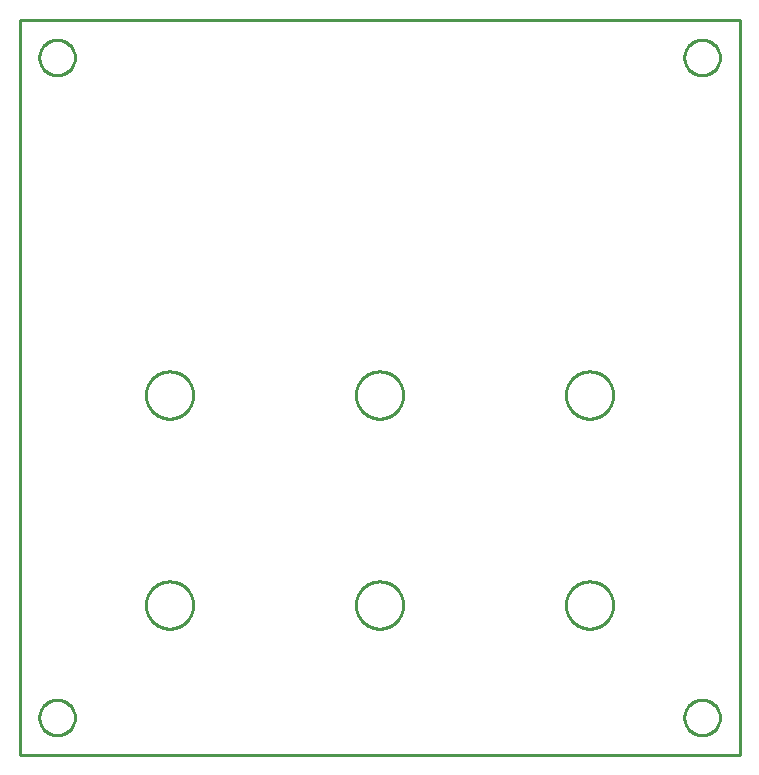
<source format=gbr>
G04 EAGLE Gerber RS-274X export*
G75*
%MOMM*%
%FSLAX34Y34*%
%LPD*%
%IN*%
%IPPOS*%
%AMOC8*
5,1,8,0,0,1.08239X$1,22.5*%
G01*
%ADD10C,0.254000*%


D10*
X342900Y292100D02*
X952500Y292100D01*
X952500Y914400D01*
X342900Y914400D01*
X342900Y292100D01*
X935750Y323314D02*
X935674Y322246D01*
X935521Y321185D01*
X935293Y320138D01*
X934991Y319110D01*
X934617Y318106D01*
X934172Y317131D01*
X933658Y316191D01*
X933079Y315290D01*
X932437Y314432D01*
X931735Y313622D01*
X930978Y312865D01*
X930168Y312163D01*
X929310Y311521D01*
X928409Y310942D01*
X927469Y310428D01*
X926494Y309983D01*
X925490Y309609D01*
X924462Y309307D01*
X923415Y309079D01*
X922354Y308926D01*
X921286Y308850D01*
X920214Y308850D01*
X919146Y308926D01*
X918085Y309079D01*
X917038Y309307D01*
X916010Y309609D01*
X915006Y309983D01*
X914031Y310428D01*
X913091Y310942D01*
X912190Y311521D01*
X911332Y312163D01*
X910522Y312865D01*
X909765Y313622D01*
X909063Y314432D01*
X908421Y315290D01*
X907842Y316191D01*
X907328Y317131D01*
X906883Y318106D01*
X906509Y319110D01*
X906207Y320138D01*
X905979Y321185D01*
X905826Y322246D01*
X905750Y323314D01*
X905750Y324386D01*
X905826Y325454D01*
X905979Y326515D01*
X906207Y327562D01*
X906509Y328590D01*
X906883Y329594D01*
X907328Y330569D01*
X907842Y331509D01*
X908421Y332410D01*
X909063Y333268D01*
X909765Y334078D01*
X910522Y334835D01*
X911332Y335537D01*
X912190Y336179D01*
X913091Y336758D01*
X914031Y337272D01*
X915006Y337717D01*
X916010Y338091D01*
X917038Y338393D01*
X918085Y338621D01*
X919146Y338774D01*
X920214Y338850D01*
X921286Y338850D01*
X922354Y338774D01*
X923415Y338621D01*
X924462Y338393D01*
X925490Y338091D01*
X926494Y337717D01*
X927469Y337272D01*
X928409Y336758D01*
X929310Y336179D01*
X930168Y335537D01*
X930978Y334835D01*
X931735Y334078D01*
X932437Y333268D01*
X933079Y332410D01*
X933658Y331509D01*
X934172Y330569D01*
X934617Y329594D01*
X934991Y328590D01*
X935293Y327562D01*
X935521Y326515D01*
X935674Y325454D01*
X935750Y324386D01*
X935750Y323314D01*
X935750Y882114D02*
X935674Y881046D01*
X935521Y879985D01*
X935293Y878938D01*
X934991Y877910D01*
X934617Y876906D01*
X934172Y875931D01*
X933658Y874991D01*
X933079Y874090D01*
X932437Y873232D01*
X931735Y872422D01*
X930978Y871665D01*
X930168Y870963D01*
X929310Y870321D01*
X928409Y869742D01*
X927469Y869228D01*
X926494Y868783D01*
X925490Y868409D01*
X924462Y868107D01*
X923415Y867879D01*
X922354Y867726D01*
X921286Y867650D01*
X920214Y867650D01*
X919146Y867726D01*
X918085Y867879D01*
X917038Y868107D01*
X916010Y868409D01*
X915006Y868783D01*
X914031Y869228D01*
X913091Y869742D01*
X912190Y870321D01*
X911332Y870963D01*
X910522Y871665D01*
X909765Y872422D01*
X909063Y873232D01*
X908421Y874090D01*
X907842Y874991D01*
X907328Y875931D01*
X906883Y876906D01*
X906509Y877910D01*
X906207Y878938D01*
X905979Y879985D01*
X905826Y881046D01*
X905750Y882114D01*
X905750Y883186D01*
X905826Y884254D01*
X905979Y885315D01*
X906207Y886362D01*
X906509Y887390D01*
X906883Y888394D01*
X907328Y889369D01*
X907842Y890309D01*
X908421Y891210D01*
X909063Y892068D01*
X909765Y892878D01*
X910522Y893635D01*
X911332Y894337D01*
X912190Y894979D01*
X913091Y895558D01*
X914031Y896072D01*
X915006Y896517D01*
X916010Y896891D01*
X917038Y897193D01*
X918085Y897421D01*
X919146Y897574D01*
X920214Y897650D01*
X921286Y897650D01*
X922354Y897574D01*
X923415Y897421D01*
X924462Y897193D01*
X925490Y896891D01*
X926494Y896517D01*
X927469Y896072D01*
X928409Y895558D01*
X929310Y894979D01*
X930168Y894337D01*
X930978Y893635D01*
X931735Y892878D01*
X932437Y892068D01*
X933079Y891210D01*
X933658Y890309D01*
X934172Y889369D01*
X934617Y888394D01*
X934991Y887390D01*
X935293Y886362D01*
X935521Y885315D01*
X935674Y884254D01*
X935750Y883186D01*
X935750Y882114D01*
X389650Y323314D02*
X389574Y322246D01*
X389421Y321185D01*
X389193Y320138D01*
X388891Y319110D01*
X388517Y318106D01*
X388072Y317131D01*
X387558Y316191D01*
X386979Y315290D01*
X386337Y314432D01*
X385635Y313622D01*
X384878Y312865D01*
X384068Y312163D01*
X383210Y311521D01*
X382309Y310942D01*
X381369Y310428D01*
X380394Y309983D01*
X379390Y309609D01*
X378362Y309307D01*
X377315Y309079D01*
X376254Y308926D01*
X375186Y308850D01*
X374114Y308850D01*
X373046Y308926D01*
X371985Y309079D01*
X370938Y309307D01*
X369910Y309609D01*
X368906Y309983D01*
X367931Y310428D01*
X366991Y310942D01*
X366090Y311521D01*
X365232Y312163D01*
X364422Y312865D01*
X363665Y313622D01*
X362963Y314432D01*
X362321Y315290D01*
X361742Y316191D01*
X361228Y317131D01*
X360783Y318106D01*
X360409Y319110D01*
X360107Y320138D01*
X359879Y321185D01*
X359726Y322246D01*
X359650Y323314D01*
X359650Y324386D01*
X359726Y325454D01*
X359879Y326515D01*
X360107Y327562D01*
X360409Y328590D01*
X360783Y329594D01*
X361228Y330569D01*
X361742Y331509D01*
X362321Y332410D01*
X362963Y333268D01*
X363665Y334078D01*
X364422Y334835D01*
X365232Y335537D01*
X366090Y336179D01*
X366991Y336758D01*
X367931Y337272D01*
X368906Y337717D01*
X369910Y338091D01*
X370938Y338393D01*
X371985Y338621D01*
X373046Y338774D01*
X374114Y338850D01*
X375186Y338850D01*
X376254Y338774D01*
X377315Y338621D01*
X378362Y338393D01*
X379390Y338091D01*
X380394Y337717D01*
X381369Y337272D01*
X382309Y336758D01*
X383210Y336179D01*
X384068Y335537D01*
X384878Y334835D01*
X385635Y334078D01*
X386337Y333268D01*
X386979Y332410D01*
X387558Y331509D01*
X388072Y330569D01*
X388517Y329594D01*
X388891Y328590D01*
X389193Y327562D01*
X389421Y326515D01*
X389574Y325454D01*
X389650Y324386D01*
X389650Y323314D01*
X389650Y882114D02*
X389574Y881046D01*
X389421Y879985D01*
X389193Y878938D01*
X388891Y877910D01*
X388517Y876906D01*
X388072Y875931D01*
X387558Y874991D01*
X386979Y874090D01*
X386337Y873232D01*
X385635Y872422D01*
X384878Y871665D01*
X384068Y870963D01*
X383210Y870321D01*
X382309Y869742D01*
X381369Y869228D01*
X380394Y868783D01*
X379390Y868409D01*
X378362Y868107D01*
X377315Y867879D01*
X376254Y867726D01*
X375186Y867650D01*
X374114Y867650D01*
X373046Y867726D01*
X371985Y867879D01*
X370938Y868107D01*
X369910Y868409D01*
X368906Y868783D01*
X367931Y869228D01*
X366991Y869742D01*
X366090Y870321D01*
X365232Y870963D01*
X364422Y871665D01*
X363665Y872422D01*
X362963Y873232D01*
X362321Y874090D01*
X361742Y874991D01*
X361228Y875931D01*
X360783Y876906D01*
X360409Y877910D01*
X360107Y878938D01*
X359879Y879985D01*
X359726Y881046D01*
X359650Y882114D01*
X359650Y883186D01*
X359726Y884254D01*
X359879Y885315D01*
X360107Y886362D01*
X360409Y887390D01*
X360783Y888394D01*
X361228Y889369D01*
X361742Y890309D01*
X362321Y891210D01*
X362963Y892068D01*
X363665Y892878D01*
X364422Y893635D01*
X365232Y894337D01*
X366090Y894979D01*
X366991Y895558D01*
X367931Y896072D01*
X368906Y896517D01*
X369910Y896891D01*
X370938Y897193D01*
X371985Y897421D01*
X373046Y897574D01*
X374114Y897650D01*
X375186Y897650D01*
X376254Y897574D01*
X377315Y897421D01*
X378362Y897193D01*
X379390Y896891D01*
X380394Y896517D01*
X381369Y896072D01*
X382309Y895558D01*
X383210Y894979D01*
X384068Y894337D01*
X384878Y893635D01*
X385635Y892878D01*
X386337Y892068D01*
X386979Y891210D01*
X387558Y890309D01*
X388072Y889369D01*
X388517Y888394D01*
X388891Y887390D01*
X389193Y886362D01*
X389421Y885315D01*
X389574Y884254D01*
X389650Y883186D01*
X389650Y882114D01*
X489902Y596296D02*
X489829Y595089D01*
X489683Y593889D01*
X489465Y592700D01*
X489176Y591526D01*
X488817Y590372D01*
X488388Y589242D01*
X487892Y588140D01*
X487330Y587069D01*
X486705Y586035D01*
X486018Y585040D01*
X485273Y584089D01*
X484471Y583184D01*
X483616Y582329D01*
X482711Y581528D01*
X481760Y580782D01*
X480765Y580095D01*
X479731Y579470D01*
X478660Y578908D01*
X477558Y578412D01*
X476428Y577983D01*
X475274Y577624D01*
X474100Y577335D01*
X472911Y577117D01*
X471711Y576971D01*
X470504Y576898D01*
X469296Y576898D01*
X468089Y576971D01*
X466889Y577117D01*
X465700Y577335D01*
X464526Y577624D01*
X463372Y577983D01*
X462242Y578412D01*
X461140Y578908D01*
X460069Y579470D01*
X459035Y580095D01*
X458040Y580782D01*
X457089Y581528D01*
X456184Y582329D01*
X455329Y583184D01*
X454528Y584089D01*
X453782Y585040D01*
X453095Y586035D01*
X452470Y587069D01*
X451908Y588140D01*
X451412Y589242D01*
X450983Y590372D01*
X450624Y591526D01*
X450335Y592700D01*
X450117Y593889D01*
X449971Y595089D01*
X449898Y596296D01*
X449898Y597504D01*
X449971Y598711D01*
X450117Y599911D01*
X450335Y601100D01*
X450624Y602274D01*
X450983Y603428D01*
X451412Y604558D01*
X451908Y605660D01*
X452470Y606731D01*
X453095Y607765D01*
X453782Y608760D01*
X454528Y609711D01*
X455329Y610616D01*
X456184Y611471D01*
X457089Y612273D01*
X458040Y613018D01*
X459035Y613705D01*
X460069Y614330D01*
X461140Y614892D01*
X462242Y615388D01*
X463372Y615817D01*
X464526Y616176D01*
X465700Y616465D01*
X466889Y616683D01*
X468089Y616829D01*
X469296Y616902D01*
X470504Y616902D01*
X471711Y616829D01*
X472911Y616683D01*
X474100Y616465D01*
X475274Y616176D01*
X476428Y615817D01*
X477558Y615388D01*
X478660Y614892D01*
X479731Y614330D01*
X480765Y613705D01*
X481760Y613018D01*
X482711Y612273D01*
X483616Y611471D01*
X484471Y610616D01*
X485273Y609711D01*
X486018Y608760D01*
X486705Y607765D01*
X487330Y606731D01*
X487892Y605660D01*
X488388Y604558D01*
X488817Y603428D01*
X489176Y602274D01*
X489465Y601100D01*
X489683Y599911D01*
X489829Y598711D01*
X489902Y597504D01*
X489902Y596296D01*
X667702Y596296D02*
X667629Y595089D01*
X667483Y593889D01*
X667265Y592700D01*
X666976Y591526D01*
X666617Y590372D01*
X666188Y589242D01*
X665692Y588140D01*
X665130Y587069D01*
X664505Y586035D01*
X663818Y585040D01*
X663073Y584089D01*
X662271Y583184D01*
X661416Y582329D01*
X660511Y581528D01*
X659560Y580782D01*
X658565Y580095D01*
X657531Y579470D01*
X656460Y578908D01*
X655358Y578412D01*
X654228Y577983D01*
X653074Y577624D01*
X651900Y577335D01*
X650711Y577117D01*
X649511Y576971D01*
X648304Y576898D01*
X647096Y576898D01*
X645889Y576971D01*
X644689Y577117D01*
X643500Y577335D01*
X642326Y577624D01*
X641172Y577983D01*
X640042Y578412D01*
X638940Y578908D01*
X637869Y579470D01*
X636835Y580095D01*
X635840Y580782D01*
X634889Y581528D01*
X633984Y582329D01*
X633129Y583184D01*
X632328Y584089D01*
X631582Y585040D01*
X630895Y586035D01*
X630270Y587069D01*
X629708Y588140D01*
X629212Y589242D01*
X628783Y590372D01*
X628424Y591526D01*
X628135Y592700D01*
X627917Y593889D01*
X627771Y595089D01*
X627698Y596296D01*
X627698Y597504D01*
X627771Y598711D01*
X627917Y599911D01*
X628135Y601100D01*
X628424Y602274D01*
X628783Y603428D01*
X629212Y604558D01*
X629708Y605660D01*
X630270Y606731D01*
X630895Y607765D01*
X631582Y608760D01*
X632328Y609711D01*
X633129Y610616D01*
X633984Y611471D01*
X634889Y612273D01*
X635840Y613018D01*
X636835Y613705D01*
X637869Y614330D01*
X638940Y614892D01*
X640042Y615388D01*
X641172Y615817D01*
X642326Y616176D01*
X643500Y616465D01*
X644689Y616683D01*
X645889Y616829D01*
X647096Y616902D01*
X648304Y616902D01*
X649511Y616829D01*
X650711Y616683D01*
X651900Y616465D01*
X653074Y616176D01*
X654228Y615817D01*
X655358Y615388D01*
X656460Y614892D01*
X657531Y614330D01*
X658565Y613705D01*
X659560Y613018D01*
X660511Y612273D01*
X661416Y611471D01*
X662271Y610616D01*
X663073Y609711D01*
X663818Y608760D01*
X664505Y607765D01*
X665130Y606731D01*
X665692Y605660D01*
X666188Y604558D01*
X666617Y603428D01*
X666976Y602274D01*
X667265Y601100D01*
X667483Y599911D01*
X667629Y598711D01*
X667702Y597504D01*
X667702Y596296D01*
X845502Y596296D02*
X845429Y595089D01*
X845283Y593889D01*
X845065Y592700D01*
X844776Y591526D01*
X844417Y590372D01*
X843988Y589242D01*
X843492Y588140D01*
X842930Y587069D01*
X842305Y586035D01*
X841618Y585040D01*
X840873Y584089D01*
X840071Y583184D01*
X839216Y582329D01*
X838311Y581528D01*
X837360Y580782D01*
X836365Y580095D01*
X835331Y579470D01*
X834260Y578908D01*
X833158Y578412D01*
X832028Y577983D01*
X830874Y577624D01*
X829700Y577335D01*
X828511Y577117D01*
X827311Y576971D01*
X826104Y576898D01*
X824896Y576898D01*
X823689Y576971D01*
X822489Y577117D01*
X821300Y577335D01*
X820126Y577624D01*
X818972Y577983D01*
X817842Y578412D01*
X816740Y578908D01*
X815669Y579470D01*
X814635Y580095D01*
X813640Y580782D01*
X812689Y581528D01*
X811784Y582329D01*
X810929Y583184D01*
X810128Y584089D01*
X809382Y585040D01*
X808695Y586035D01*
X808070Y587069D01*
X807508Y588140D01*
X807012Y589242D01*
X806583Y590372D01*
X806224Y591526D01*
X805935Y592700D01*
X805717Y593889D01*
X805571Y595089D01*
X805498Y596296D01*
X805498Y597504D01*
X805571Y598711D01*
X805717Y599911D01*
X805935Y601100D01*
X806224Y602274D01*
X806583Y603428D01*
X807012Y604558D01*
X807508Y605660D01*
X808070Y606731D01*
X808695Y607765D01*
X809382Y608760D01*
X810128Y609711D01*
X810929Y610616D01*
X811784Y611471D01*
X812689Y612273D01*
X813640Y613018D01*
X814635Y613705D01*
X815669Y614330D01*
X816740Y614892D01*
X817842Y615388D01*
X818972Y615817D01*
X820126Y616176D01*
X821300Y616465D01*
X822489Y616683D01*
X823689Y616829D01*
X824896Y616902D01*
X826104Y616902D01*
X827311Y616829D01*
X828511Y616683D01*
X829700Y616465D01*
X830874Y616176D01*
X832028Y615817D01*
X833158Y615388D01*
X834260Y614892D01*
X835331Y614330D01*
X836365Y613705D01*
X837360Y613018D01*
X838311Y612273D01*
X839216Y611471D01*
X840071Y610616D01*
X840873Y609711D01*
X841618Y608760D01*
X842305Y607765D01*
X842930Y606731D01*
X843492Y605660D01*
X843988Y604558D01*
X844417Y603428D01*
X844776Y602274D01*
X845065Y601100D01*
X845283Y599911D01*
X845429Y598711D01*
X845502Y597504D01*
X845502Y596296D01*
X489902Y418496D02*
X489829Y417289D01*
X489683Y416089D01*
X489465Y414900D01*
X489176Y413726D01*
X488817Y412572D01*
X488388Y411442D01*
X487892Y410340D01*
X487330Y409269D01*
X486705Y408235D01*
X486018Y407240D01*
X485273Y406289D01*
X484471Y405384D01*
X483616Y404529D01*
X482711Y403728D01*
X481760Y402982D01*
X480765Y402295D01*
X479731Y401670D01*
X478660Y401108D01*
X477558Y400612D01*
X476428Y400183D01*
X475274Y399824D01*
X474100Y399535D01*
X472911Y399317D01*
X471711Y399171D01*
X470504Y399098D01*
X469296Y399098D01*
X468089Y399171D01*
X466889Y399317D01*
X465700Y399535D01*
X464526Y399824D01*
X463372Y400183D01*
X462242Y400612D01*
X461140Y401108D01*
X460069Y401670D01*
X459035Y402295D01*
X458040Y402982D01*
X457089Y403728D01*
X456184Y404529D01*
X455329Y405384D01*
X454528Y406289D01*
X453782Y407240D01*
X453095Y408235D01*
X452470Y409269D01*
X451908Y410340D01*
X451412Y411442D01*
X450983Y412572D01*
X450624Y413726D01*
X450335Y414900D01*
X450117Y416089D01*
X449971Y417289D01*
X449898Y418496D01*
X449898Y419704D01*
X449971Y420911D01*
X450117Y422111D01*
X450335Y423300D01*
X450624Y424474D01*
X450983Y425628D01*
X451412Y426758D01*
X451908Y427860D01*
X452470Y428931D01*
X453095Y429965D01*
X453782Y430960D01*
X454528Y431911D01*
X455329Y432816D01*
X456184Y433671D01*
X457089Y434473D01*
X458040Y435218D01*
X459035Y435905D01*
X460069Y436530D01*
X461140Y437092D01*
X462242Y437588D01*
X463372Y438017D01*
X464526Y438376D01*
X465700Y438665D01*
X466889Y438883D01*
X468089Y439029D01*
X469296Y439102D01*
X470504Y439102D01*
X471711Y439029D01*
X472911Y438883D01*
X474100Y438665D01*
X475274Y438376D01*
X476428Y438017D01*
X477558Y437588D01*
X478660Y437092D01*
X479731Y436530D01*
X480765Y435905D01*
X481760Y435218D01*
X482711Y434473D01*
X483616Y433671D01*
X484471Y432816D01*
X485273Y431911D01*
X486018Y430960D01*
X486705Y429965D01*
X487330Y428931D01*
X487892Y427860D01*
X488388Y426758D01*
X488817Y425628D01*
X489176Y424474D01*
X489465Y423300D01*
X489683Y422111D01*
X489829Y420911D01*
X489902Y419704D01*
X489902Y418496D01*
X667702Y418496D02*
X667629Y417289D01*
X667483Y416089D01*
X667265Y414900D01*
X666976Y413726D01*
X666617Y412572D01*
X666188Y411442D01*
X665692Y410340D01*
X665130Y409269D01*
X664505Y408235D01*
X663818Y407240D01*
X663073Y406289D01*
X662271Y405384D01*
X661416Y404529D01*
X660511Y403728D01*
X659560Y402982D01*
X658565Y402295D01*
X657531Y401670D01*
X656460Y401108D01*
X655358Y400612D01*
X654228Y400183D01*
X653074Y399824D01*
X651900Y399535D01*
X650711Y399317D01*
X649511Y399171D01*
X648304Y399098D01*
X647096Y399098D01*
X645889Y399171D01*
X644689Y399317D01*
X643500Y399535D01*
X642326Y399824D01*
X641172Y400183D01*
X640042Y400612D01*
X638940Y401108D01*
X637869Y401670D01*
X636835Y402295D01*
X635840Y402982D01*
X634889Y403728D01*
X633984Y404529D01*
X633129Y405384D01*
X632328Y406289D01*
X631582Y407240D01*
X630895Y408235D01*
X630270Y409269D01*
X629708Y410340D01*
X629212Y411442D01*
X628783Y412572D01*
X628424Y413726D01*
X628135Y414900D01*
X627917Y416089D01*
X627771Y417289D01*
X627698Y418496D01*
X627698Y419704D01*
X627771Y420911D01*
X627917Y422111D01*
X628135Y423300D01*
X628424Y424474D01*
X628783Y425628D01*
X629212Y426758D01*
X629708Y427860D01*
X630270Y428931D01*
X630895Y429965D01*
X631582Y430960D01*
X632328Y431911D01*
X633129Y432816D01*
X633984Y433671D01*
X634889Y434473D01*
X635840Y435218D01*
X636835Y435905D01*
X637869Y436530D01*
X638940Y437092D01*
X640042Y437588D01*
X641172Y438017D01*
X642326Y438376D01*
X643500Y438665D01*
X644689Y438883D01*
X645889Y439029D01*
X647096Y439102D01*
X648304Y439102D01*
X649511Y439029D01*
X650711Y438883D01*
X651900Y438665D01*
X653074Y438376D01*
X654228Y438017D01*
X655358Y437588D01*
X656460Y437092D01*
X657531Y436530D01*
X658565Y435905D01*
X659560Y435218D01*
X660511Y434473D01*
X661416Y433671D01*
X662271Y432816D01*
X663073Y431911D01*
X663818Y430960D01*
X664505Y429965D01*
X665130Y428931D01*
X665692Y427860D01*
X666188Y426758D01*
X666617Y425628D01*
X666976Y424474D01*
X667265Y423300D01*
X667483Y422111D01*
X667629Y420911D01*
X667702Y419704D01*
X667702Y418496D01*
X845502Y418496D02*
X845429Y417289D01*
X845283Y416089D01*
X845065Y414900D01*
X844776Y413726D01*
X844417Y412572D01*
X843988Y411442D01*
X843492Y410340D01*
X842930Y409269D01*
X842305Y408235D01*
X841618Y407240D01*
X840873Y406289D01*
X840071Y405384D01*
X839216Y404529D01*
X838311Y403728D01*
X837360Y402982D01*
X836365Y402295D01*
X835331Y401670D01*
X834260Y401108D01*
X833158Y400612D01*
X832028Y400183D01*
X830874Y399824D01*
X829700Y399535D01*
X828511Y399317D01*
X827311Y399171D01*
X826104Y399098D01*
X824896Y399098D01*
X823689Y399171D01*
X822489Y399317D01*
X821300Y399535D01*
X820126Y399824D01*
X818972Y400183D01*
X817842Y400612D01*
X816740Y401108D01*
X815669Y401670D01*
X814635Y402295D01*
X813640Y402982D01*
X812689Y403728D01*
X811784Y404529D01*
X810929Y405384D01*
X810128Y406289D01*
X809382Y407240D01*
X808695Y408235D01*
X808070Y409269D01*
X807508Y410340D01*
X807012Y411442D01*
X806583Y412572D01*
X806224Y413726D01*
X805935Y414900D01*
X805717Y416089D01*
X805571Y417289D01*
X805498Y418496D01*
X805498Y419704D01*
X805571Y420911D01*
X805717Y422111D01*
X805935Y423300D01*
X806224Y424474D01*
X806583Y425628D01*
X807012Y426758D01*
X807508Y427860D01*
X808070Y428931D01*
X808695Y429965D01*
X809382Y430960D01*
X810128Y431911D01*
X810929Y432816D01*
X811784Y433671D01*
X812689Y434473D01*
X813640Y435218D01*
X814635Y435905D01*
X815669Y436530D01*
X816740Y437092D01*
X817842Y437588D01*
X818972Y438017D01*
X820126Y438376D01*
X821300Y438665D01*
X822489Y438883D01*
X823689Y439029D01*
X824896Y439102D01*
X826104Y439102D01*
X827311Y439029D01*
X828511Y438883D01*
X829700Y438665D01*
X830874Y438376D01*
X832028Y438017D01*
X833158Y437588D01*
X834260Y437092D01*
X835331Y436530D01*
X836365Y435905D01*
X837360Y435218D01*
X838311Y434473D01*
X839216Y433671D01*
X840071Y432816D01*
X840873Y431911D01*
X841618Y430960D01*
X842305Y429965D01*
X842930Y428931D01*
X843492Y427860D01*
X843988Y426758D01*
X844417Y425628D01*
X844776Y424474D01*
X845065Y423300D01*
X845283Y422111D01*
X845429Y420911D01*
X845502Y419704D01*
X845502Y418496D01*
M02*

</source>
